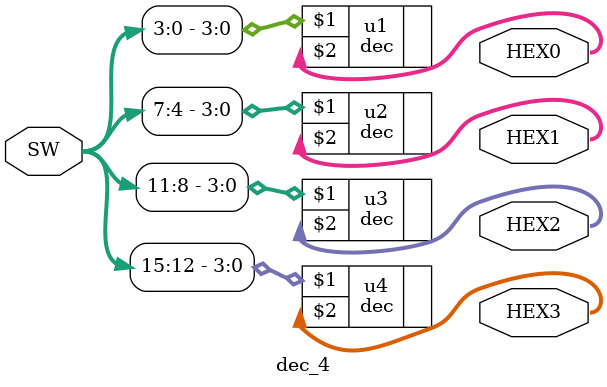
<source format=v>
`include "dec.v"

module dec_4 (
    SW,
    HEX3,
    HEX2,
    HEX1,
    HEX0
);

input [15:0] SW;
output [6:0] HEX0;
output [6:0] HEX1;
output [6:0] HEX2;
output [6:0] HEX3;

dec u1(SW[3:0], HEX0);
dec u2(SW[7:4], HEX1);
dec u3(SW[11:8], HEX2);
dec u4(SW[15:12], HEX3);

endmodule

</source>
